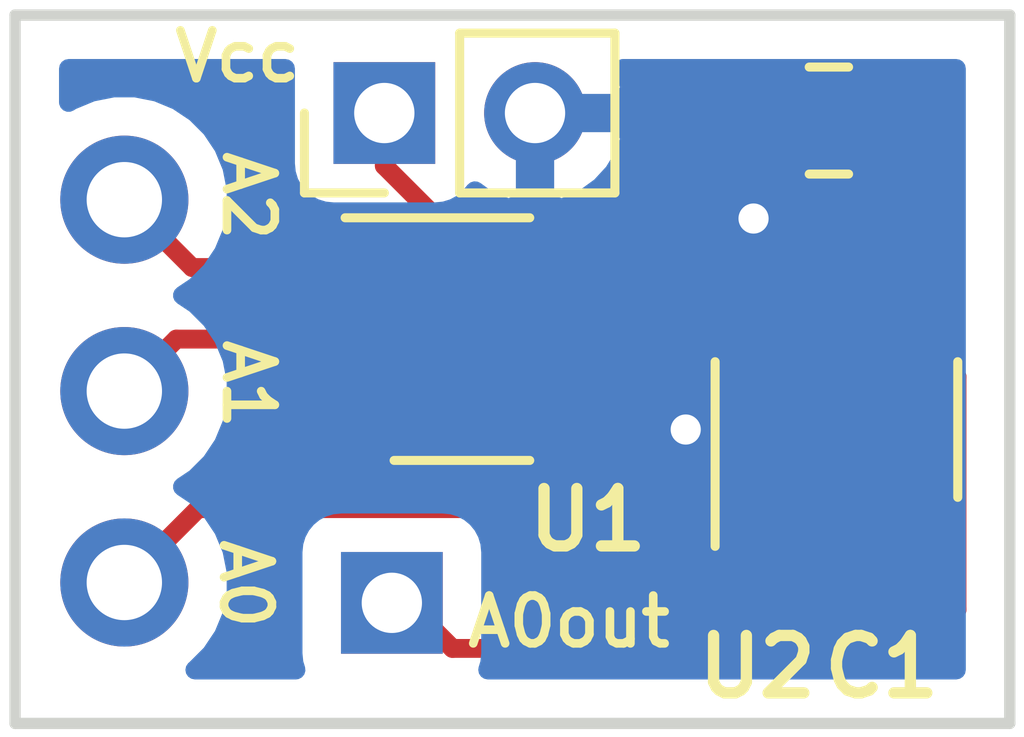
<source format=kicad_pcb>
(kicad_pcb (version 20171130) (host pcbnew "(5.1.7)-1")

  (general
    (thickness 1.6)
    (drawings 9)
    (tracks 42)
    (zones 0)
    (modules 6)
    (nets 8)
  )

  (page A4)
  (layers
    (0 F.Cu signal)
    (31 B.Cu signal)
    (32 B.Adhes user)
    (33 F.Adhes user)
    (34 B.Paste user)
    (35 F.Paste user)
    (36 B.SilkS user)
    (37 F.SilkS user)
    (38 B.Mask user)
    (39 F.Mask user)
    (40 Dwgs.User user)
    (41 Cmts.User user hide)
    (42 Eco1.User user)
    (43 Eco2.User user)
    (44 Edge.Cuts user)
    (45 Margin user)
    (46 B.CrtYd user)
    (47 F.CrtYd user)
    (48 B.Fab user)
    (49 F.Fab user)
  )

  (setup
    (last_trace_width 0.25)
    (trace_clearance 0.2)
    (zone_clearance 0.508)
    (zone_45_only no)
    (trace_min 0.2)
    (via_size 0.8)
    (via_drill 0.4)
    (via_min_size 0.4)
    (via_min_drill 0.3)
    (uvia_size 0.3)
    (uvia_drill 0.1)
    (uvias_allowed no)
    (uvia_min_size 0.2)
    (uvia_min_drill 0.1)
    (edge_width 0.05)
    (segment_width 0.2)
    (pcb_text_width 0.3)
    (pcb_text_size 1.5 1.5)
    (mod_edge_width 0.12)
    (mod_text_size 1 1)
    (mod_text_width 0.15)
    (pad_size 1.524 1.524)
    (pad_drill 0.762)
    (pad_to_mask_clearance 0)
    (aux_axis_origin 0 0)
    (visible_elements 7FFFFFFF)
    (pcbplotparams
      (layerselection 0x010f0_ffffffff)
      (usegerberextensions false)
      (usegerberattributes true)
      (usegerberadvancedattributes true)
      (creategerberjobfile true)
      (excludeedgelayer true)
      (linewidth 0.100000)
      (plotframeref false)
      (viasonmask false)
      (mode 1)
      (useauxorigin false)
      (hpglpennumber 1)
      (hpglpenspeed 20)
      (hpglpendiameter 15.000000)
      (psnegative false)
      (psa4output false)
      (plotreference true)
      (plotvalue true)
      (plotinvisibletext false)
      (padsonsilk false)
      (subtractmaskfromsilk false)
      (outputformat 1)
      (mirror false)
      (drillshape 0)
      (scaleselection 1)
      (outputdirectory "gerbers/"))
  )

  (net 0 "")
  (net 1 VCC)
  (net 2 GND)
  (net 3 /A0)
  (net 4 /A2)
  (net 5 /A1)
  (net 6 /A0out)
  (net 7 "Net-(U1-Pad4)")

  (net_class Default "This is the default net class."
    (clearance 0.2)
    (trace_width 0.25)
    (via_dia 0.8)
    (via_drill 0.4)
    (uvia_dia 0.3)
    (uvia_drill 0.1)
    (add_net /A0)
    (add_net /A0out)
    (add_net /A1)
    (add_net /A2)
    (add_net GND)
    (add_net "Net-(U1-Pad4)")
    (add_net VCC)
  )

  (module Connector_PinHeader_2.54mm:PinHeader_1x03_P2.54mm_Vertical (layer F.Cu) (tedit 61258199) (tstamp 6125A1D9)
    (at 120.25 92.15)
    (descr "Through hole straight pin header, 1x03, 2.54mm pitch, single row")
    (tags "Through hole pin header THT 1x03 2.54mm single row")
    (path /60A6B7A5)
    (fp_text reference J1 (at 0 -2.33) (layer Cmts.User)
      (effects (font (size 1 1) (thickness 0.15)))
    )
    (fp_text value Conn_01x03_Male (at 0 7.41) (layer Cmts.User)
      (effects (font (size 1 1) (thickness 0.15)))
    )
    (fp_text user %R (at 0 2.54 90) (layer F.Fab)
      (effects (font (size 1 1) (thickness 0.15)))
    )
    (fp_line (start -0.635 -1.27) (end 1.27 -1.27) (layer F.Fab) (width 0.1))
    (fp_line (start 1.27 -1.27) (end 1.27 6.35) (layer F.Fab) (width 0.1))
    (fp_line (start 1.27 6.35) (end -1.27 6.35) (layer F.Fab) (width 0.1))
    (fp_line (start -1.27 6.35) (end -1.27 -0.635) (layer F.Fab) (width 0.1))
    (fp_line (start -1.27 -0.635) (end -0.635 -1.27) (layer F.Fab) (width 0.1))
    (pad 3 thru_hole oval (at 0 5.08) (size 1.7 1.7) (drill 1) (layers *.Cu *.Mask)
      (net 3 /A0))
    (pad 2 thru_hole oval (at 0 2.54) (size 1.7 1.7) (drill 1) (layers *.Cu *.Mask)
      (net 5 /A1))
    (pad 1 thru_hole circle (at 0 0) (size 1.7 1.7) (drill 1) (layers *.Cu *.Mask)
      (net 4 /A2))
    (model ${KISYS3DMOD}/Connector_PinHeader_2.54mm.3dshapes/PinHeader_1x03_P2.54mm_Vertical.wrl
      (at (xyz 0 0 0))
      (scale (xyz 1 1 1))
      (rotate (xyz 0 0 0))
    )
  )

  (module Connector_PinHeader_2.00mm:PinHeader_1x01_P2.00mm_Horizontal (layer F.Cu) (tedit 61258125) (tstamp 60A72221)
    (at 123.8 97.5)
    (descr "Through hole angled pin header, 1x01, 2.00mm pitch, 4.2mm pin length, single row")
    (tags "Through hole angled pin header THT 1x01 2.00mm single row")
    (path /60A7415D)
    (fp_text reference J3 (at 3.1 -2) (layer Cmts.User)
      (effects (font (size 1 1) (thickness 0.15)))
    )
    (fp_text value Conn_01x01_Female (at 0 2) (layer Cmts.User)
      (effects (font (size 1 1) (thickness 0.15)))
    )
    (fp_line (start -0.25 -0.25) (end -0.25 0.25) (layer F.Fab) (width 0.1))
    (pad 1 thru_hole rect (at 0 0) (size 1.35 1.35) (drill 0.8) (layers *.Cu *.Mask)
      (net 6 /A0out))
    (model ${KISYS3DMOD}/Connector_PinHeader_2.00mm.3dshapes/PinHeader_1x01_P2.00mm_Horizontal.wrl
      (at (xyz 0 0 0))
      (scale (xyz 1 1 1))
      (rotate (xyz 0 0 0))
    )
  )

  (module Connector_PinHeader_2.00mm:PinHeader_1x02_P2.00mm_Vertical (layer F.Cu) (tedit 60A6AED6) (tstamp 60A72248)
    (at 123.7 91 90)
    (descr "Through hole straight pin header, 1x02, 2.00mm pitch, single row")
    (tags "Through hole pin header THT 1x02 2.00mm single row")
    (path /60A72668)
    (fp_text reference J2 (at 0 -2.06 90) (layer Cmts.User)
      (effects (font (size 1 1) (thickness 0.15)))
    )
    (fp_text value Conn_01x02_Male (at 0 4.4 90) (layer Cmts.User)
      (effects (font (size 1 1) (thickness 0.15)))
    )
    (fp_line (start -1.06 -1.06) (end 0 -1.06) (layer F.SilkS) (width 0.12))
    (fp_line (start -1.06 0) (end -1.06 -1.06) (layer F.SilkS) (width 0.12))
    (fp_line (start -1.06 1) (end 1.06 1) (layer F.SilkS) (width 0.12))
    (fp_line (start 1.06 1) (end 1.06 3.06) (layer F.SilkS) (width 0.12))
    (fp_line (start -1.06 1) (end -1.06 3.06) (layer F.SilkS) (width 0.12))
    (fp_line (start -1.06 3.06) (end 1.06 3.06) (layer F.SilkS) (width 0.12))
    (fp_line (start -1 -0.5) (end -0.5 -1) (layer F.Fab) (width 0.1))
    (fp_line (start -1 3) (end -1 -0.5) (layer F.Fab) (width 0.1))
    (fp_line (start 1 3) (end -1 3) (layer F.Fab) (width 0.1))
    (fp_line (start 1 -1) (end 1 3) (layer F.Fab) (width 0.1))
    (fp_line (start -0.5 -1) (end 1 -1) (layer F.Fab) (width 0.1))
    (fp_text user %R (at 0 1 180) (layer F.Fab)
      (effects (font (size 1 1) (thickness 0.15)))
    )
    (pad 2 thru_hole oval (at 0 2 90) (size 1.35 1.35) (drill 0.8) (layers *.Cu *.Mask)
      (net 2 GND))
    (pad 1 thru_hole rect (at 0 0 90) (size 1.35 1.35) (drill 0.8) (layers *.Cu *.Mask)
      (net 1 VCC))
    (model ${KISYS3DMOD}/Connector_PinHeader_2.00mm.3dshapes/PinHeader_1x02_P2.00mm_Vertical.wrl
      (at (xyz 0 0 0))
      (scale (xyz 1 1 1))
      (rotate (xyz 0 0 0))
    )
  )

  (module Package_TO_SOT_SMD:SOT-23-5_HandSoldering (layer F.Cu) (tedit 5A0AB76C) (tstamp 60A70F18)
    (at 129.7 95.2 90)
    (descr "5-pin SOT23 package")
    (tags "SOT-23-5 hand-soldering")
    (path /60A6D2EF)
    (attr smd)
    (fp_text reference U2 (at -3.15 -1.05 180) (layer F.SilkS)
      (effects (font (size 0.762 0.762) (thickness 0.15)))
    )
    (fp_text value 74AHCT1G86 (at 0 2.9 90) (layer Cmts.User)
      (effects (font (size 1 1) (thickness 0.15)))
    )
    (fp_line (start -0.9 1.61) (end 0.9 1.61) (layer F.SilkS) (width 0.12))
    (fp_line (start 0.9 -1.61) (end -1.55 -1.61) (layer F.SilkS) (width 0.12))
    (fp_line (start -0.9 -0.9) (end -0.25 -1.55) (layer F.Fab) (width 0.1))
    (fp_line (start 0.9 -1.55) (end -0.25 -1.55) (layer F.Fab) (width 0.1))
    (fp_line (start -0.9 -0.9) (end -0.9 1.55) (layer F.Fab) (width 0.1))
    (fp_line (start 0.9 1.55) (end -0.9 1.55) (layer F.Fab) (width 0.1))
    (fp_line (start 0.9 -1.55) (end 0.9 1.55) (layer F.Fab) (width 0.1))
    (fp_line (start -2.38 -1.8) (end 2.38 -1.8) (layer F.CrtYd) (width 0.05))
    (fp_line (start -2.38 -1.8) (end -2.38 1.8) (layer F.CrtYd) (width 0.05))
    (fp_line (start 2.38 1.8) (end 2.38 -1.8) (layer F.CrtYd) (width 0.05))
    (fp_line (start 2.38 1.8) (end -2.38 1.8) (layer F.CrtYd) (width 0.05))
    (fp_text user %R (at 0 0) (layer F.Fab)
      (effects (font (size 0.5 0.5) (thickness 0.075)))
    )
    (pad 5 smd rect (at 1.35 -0.95 90) (size 1.56 0.65) (layers F.Cu F.Paste F.Mask)
      (net 1 VCC))
    (pad 4 smd rect (at 1.35 0.95 90) (size 1.56 0.65) (layers F.Cu F.Paste F.Mask)
      (net 6 /A0out))
    (pad 3 smd rect (at -1.35 0.95 90) (size 1.56 0.65) (layers F.Cu F.Paste F.Mask)
      (net 2 GND))
    (pad 2 smd rect (at -1.35 0 90) (size 1.56 0.65) (layers F.Cu F.Paste F.Mask)
      (net 3 /A0))
    (pad 1 smd rect (at -1.35 -0.95 90) (size 1.56 0.65) (layers F.Cu F.Paste F.Mask)
      (net 7 "Net-(U1-Pad4)"))
    (model ${KISYS3DMOD}/Package_TO_SOT_SMD.3dshapes/SOT-23-5.wrl
      (at (xyz 0 0 0))
      (scale (xyz 1 1 1))
      (rotate (xyz 0 0 0))
    )
  )

  (module Package_TO_SOT_SMD:SOT-23-5_HandSoldering (layer F.Cu) (tedit 5A0AB76C) (tstamp 60A7227E)
    (at 124.73 94)
    (descr "5-pin SOT23 package")
    (tags "SOT-23-5 hand-soldering")
    (path /60A6C229)
    (attr smd)
    (fp_text reference U1 (at 1.67 2.4 180) (layer F.SilkS)
      (effects (font (size 0.762 0.762) (thickness 0.15)))
    )
    (fp_text value 74AHCT1G02 (at 1.47 7.3) (layer Cmts.User)
      (effects (font (size 1 1) (thickness 0.15)))
    )
    (fp_line (start -0.9 1.61) (end 0.9 1.61) (layer F.SilkS) (width 0.12))
    (fp_line (start 0.9 -1.61) (end -1.55 -1.61) (layer F.SilkS) (width 0.12))
    (fp_line (start -0.9 -0.9) (end -0.25 -1.55) (layer F.Fab) (width 0.1))
    (fp_line (start 0.9 -1.55) (end -0.25 -1.55) (layer F.Fab) (width 0.1))
    (fp_line (start -0.9 -0.9) (end -0.9 1.55) (layer F.Fab) (width 0.1))
    (fp_line (start 0.9 1.55) (end -0.9 1.55) (layer F.Fab) (width 0.1))
    (fp_line (start 0.9 -1.55) (end 0.9 1.55) (layer F.Fab) (width 0.1))
    (fp_line (start -2.38 -1.8) (end 2.38 -1.8) (layer F.CrtYd) (width 0.05))
    (fp_line (start -2.38 -1.8) (end -2.38 1.8) (layer F.CrtYd) (width 0.05))
    (fp_line (start 2.38 1.8) (end 2.38 -1.8) (layer F.CrtYd) (width 0.05))
    (fp_line (start 2.38 1.8) (end -2.38 1.8) (layer F.CrtYd) (width 0.05))
    (fp_text user %R (at 0 0 90) (layer F.Fab)
      (effects (font (size 0.5 0.5) (thickness 0.075)))
    )
    (pad 5 smd rect (at 1.35 -0.95) (size 1.56 0.65) (layers F.Cu F.Paste F.Mask)
      (net 1 VCC))
    (pad 4 smd rect (at 1.35 0.95) (size 1.56 0.65) (layers F.Cu F.Paste F.Mask)
      (net 7 "Net-(U1-Pad4)"))
    (pad 3 smd rect (at -1.35 0.95) (size 1.56 0.65) (layers F.Cu F.Paste F.Mask)
      (net 2 GND))
    (pad 2 smd rect (at -1.35 0) (size 1.56 0.65) (layers F.Cu F.Paste F.Mask)
      (net 5 /A1))
    (pad 1 smd rect (at -1.35 -0.95) (size 1.56 0.65) (layers F.Cu F.Paste F.Mask)
      (net 4 /A2))
    (model ${KISYS3DMOD}/Package_TO_SOT_SMD.3dshapes/SOT-23-5.wrl
      (at (xyz 0 0 0))
      (scale (xyz 1 1 1))
      (rotate (xyz 0 0 0))
    )
  )

  (module Capacitor_SMD:C_0805_2012Metric_Pad1.15x1.40mm_HandSolder (layer F.Cu) (tedit 5B36C52B) (tstamp 61257E98)
    (at 129.6 91.1)
    (descr "Capacitor SMD 0805 (2012 Metric), square (rectangular) end terminal, IPC_7351 nominal with elongated pad for handsoldering. (Body size source: https://docs.google.com/spreadsheets/d/1BsfQQcO9C6DZCsRaXUlFlo91Tg2WpOkGARC1WS5S8t0/edit?usp=sharing), generated with kicad-footprint-generator")
    (tags "capacitor handsolder")
    (path /60A6F5DF)
    (attr smd)
    (fp_text reference C1 (at 0.7 7.25) (layer F.SilkS)
      (effects (font (size 0.762 0.762) (thickness 0.15)))
    )
    (fp_text value 0.1u (at 0 1.65) (layer F.Fab)
      (effects (font (size 1 1) (thickness 0.15)))
    )
    (fp_line (start -1 0.6) (end -1 -0.6) (layer F.Fab) (width 0.1))
    (fp_line (start -1 -0.6) (end 1 -0.6) (layer F.Fab) (width 0.1))
    (fp_line (start 1 -0.6) (end 1 0.6) (layer F.Fab) (width 0.1))
    (fp_line (start 1 0.6) (end -1 0.6) (layer F.Fab) (width 0.1))
    (fp_line (start -0.261252 -0.71) (end 0.261252 -0.71) (layer F.SilkS) (width 0.12))
    (fp_line (start -0.261252 0.71) (end 0.261252 0.71) (layer F.SilkS) (width 0.12))
    (fp_line (start -1.85 0.95) (end -1.85 -0.95) (layer F.CrtYd) (width 0.05))
    (fp_line (start -1.85 -0.95) (end 1.85 -0.95) (layer F.CrtYd) (width 0.05))
    (fp_line (start 1.85 -0.95) (end 1.85 0.95) (layer F.CrtYd) (width 0.05))
    (fp_line (start 1.85 0.95) (end -1.85 0.95) (layer F.CrtYd) (width 0.05))
    (fp_text user %R (at 0 0) (layer F.Fab)
      (effects (font (size 0.5 0.5) (thickness 0.08)))
    )
    (pad 2 smd roundrect (at 1.025 0) (size 1.15 1.4) (layers F.Cu F.Paste F.Mask) (roundrect_rratio 0.2173904347826087)
      (net 1 VCC))
    (pad 1 smd roundrect (at -1.025 0) (size 1.15 1.4) (layers F.Cu F.Paste F.Mask) (roundrect_rratio 0.2173904347826087)
      (net 2 GND))
    (model ${KISYS3DMOD}/Capacitor_SMD.3dshapes/C_0805_2012Metric.wrl
      (at (xyz 0 0 0))
      (scale (xyz 1 1 1))
      (rotate (xyz 0 0 0))
    )
  )

  (gr_text Vcc (at 121.75 90.25) (layer F.SilkS)
    (effects (font (size 0.635 0.635) (thickness 0.1143)))
  )
  (gr_text "A0out\n" (at 126.15 97.75) (layer F.SilkS) (tstamp 60D41B79)
    (effects (font (size 0.635 0.635) (thickness 0.1143)))
  )
  (gr_text "A0\n\n" (at 121.35 97.25 270) (layer F.SilkS) (tstamp 60D41B79)
    (effects (font (size 0.635 0.635) (thickness 0.1143)))
  )
  (gr_text A1 (at 121.9 94.6 270) (layer F.SilkS) (tstamp 612580BD)
    (effects (font (size 0.635 0.635) (thickness 0.1143)))
  )
  (gr_text A2 (at 121.9 92.1 270) (layer F.SilkS)
    (effects (font (size 0.635 0.635) (thickness 0.1143)))
  )
  (gr_line (start 118.8 99.1) (end 118.8 89.7) (layer Edge.Cuts) (width 0.15))
  (gr_line (start 132 99.1) (end 118.8 99.1) (layer Edge.Cuts) (width 0.15) (tstamp 60A7211B))
  (gr_line (start 132 89.7) (end 132 99.1) (layer Edge.Cuts) (width 0.15))
  (gr_line (start 118.8 89.7) (end 132 89.7) (layer Edge.Cuts) (width 0.15))

  (segment (start 126.08 93.05) (end 125.05 93.05) (width 0.25) (layer F.Cu) (net 1) (tstamp 60A7237F))
  (segment (start 123.7 91.7) (end 123.7 91) (width 0.25) (layer F.Cu) (net 1) (tstamp 60A72379))
  (segment (start 125.05 93.05) (end 123.7 91.7) (width 0.25) (layer F.Cu) (net 1) (tstamp 60A72361))
  (segment (start 130.625 91.975) (end 128.75 93.85) (width 0.25) (layer F.Cu) (net 1) (tstamp 60A72370))
  (segment (start 130.625 91.1) (end 130.625 91.975) (width 0.25) (layer F.Cu) (net 1) (tstamp 60A72334))
  (segment (start 128.75 93.85) (end 128.75 93.65) (width 0.25) (layer F.Cu) (net 1) (tstamp 60A72328))
  (segment (start 128.15 93.05) (end 126.08 93.05) (width 0.25) (layer F.Cu) (net 1) (tstamp 60A72340))
  (segment (start 128.75 93.65) (end 128.15 93.05) (width 0.25) (layer F.Cu) (net 1) (tstamp 60A72352))
  (segment (start 125.8 91.1) (end 125.7 91) (width 0.25) (layer F.Cu) (net 2) (tstamp 60A72331))
  (segment (start 128.575 91.1) (end 125.8 91.1) (width 0.25) (layer F.Cu) (net 2) (tstamp 60A72343))
  (via (at 127.7 95.2) (size 0.8) (drill 0.4) (layers F.Cu B.Cu) (net 2) (tstamp 60A7222F))
  (segment (start 130.33 95.2) (end 127.7 95.2) (width 0.25) (layer F.Cu) (net 2) (tstamp 60A7234C))
  (segment (start 130.65 95.52) (end 130.33 95.2) (width 0.25) (layer F.Cu) (net 2) (tstamp 60A72349))
  (segment (start 130.65 96.55) (end 130.65 95.52) (width 0.25) (layer F.Cu) (net 2) (tstamp 60A7232B))
  (via (at 128.6 92.4) (size 0.8) (drill 0.4) (layers F.Cu B.Cu) (net 2) (tstamp 60A7222C))
  (segment (start 127.7 93.3) (end 128.6 92.4) (width 0.25) (layer B.Cu) (net 2) (tstamp 60A72322))
  (segment (start 127.7 95.2) (end 127.7 93.3) (width 0.25) (layer B.Cu) (net 2) (tstamp 60A7233A))
  (segment (start 128.6 91.125) (end 128.575 91.1) (width 0.25) (layer F.Cu) (net 2) (tstamp 60A72319))
  (segment (start 128.6 92.4) (end 128.6 91.125) (width 0.25) (layer F.Cu) (net 2) (tstamp 60A72346))
  (segment (start 127.7 94.634315) (end 127.165685 94.1) (width 0.25) (layer F.Cu) (net 2) (tstamp 60A7233D))
  (segment (start 127.7 95.2) (end 127.7 94.634315) (width 0.25) (layer F.Cu) (net 2) (tstamp 60A7234F))
  (segment (start 124.41 94.95) (end 123.38 94.95) (width 0.25) (layer F.Cu) (net 2) (tstamp 60A72337))
  (segment (start 125.26 94.1) (end 124.41 94.95) (width 0.25) (layer F.Cu) (net 2) (tstamp 60A7231F))
  (segment (start 127.165685 94.1) (end 125.26 94.1) (width 0.25) (layer F.Cu) (net 2) (tstamp 60A7232E))
  (segment (start 129.624999 97.655001) (end 127.055001 97.655001) (width 0.25) (layer F.Cu) (net 3))
  (segment (start 129.7 97.58) (end 129.624999 97.655001) (width 0.25) (layer F.Cu) (net 3))
  (segment (start 129.7 96.55) (end 129.7 97.58) (width 0.25) (layer F.Cu) (net 3))
  (segment (start 127.055001 97.655001) (end 125.65 96.25) (width 0.25) (layer F.Cu) (net 3))
  (segment (start 121.23 96.25) (end 120.25 97.23) (width 0.25) (layer F.Cu) (net 3))
  (segment (start 125.65 96.25) (end 121.23 96.25) (width 0.25) (layer F.Cu) (net 3))
  (segment (start 121.15 93.05) (end 120.25 92.15) (width 0.25) (layer F.Cu) (net 4))
  (segment (start 123.38 93.05) (end 121.15 93.05) (width 0.25) (layer F.Cu) (net 4))
  (segment (start 120.94 94) (end 123.38 94) (width 0.25) (layer F.Cu) (net 5))
  (segment (start 120.25 94.69) (end 120.94 94) (width 0.25) (layer F.Cu) (net 5))
  (segment (start 130.784991 98.105011) (end 124.605011 98.105011) (width 0.25) (layer F.Cu) (net 6) (tstamp 60A7231C))
  (segment (start 131.300001 97.590001) (end 130.784991 98.105011) (width 0.25) (layer F.Cu) (net 6) (tstamp 60A72355))
  (segment (start 131.300001 94.500001) (end 131.300001 97.590001) (width 0.25) (layer F.Cu) (net 6) (tstamp 60A72358))
  (segment (start 130.65 93.85) (end 131.300001 94.500001) (width 0.25) (layer F.Cu) (net 6) (tstamp 60A72325))
  (segment (start 124 97.5) (end 124.605011 98.105011) (width 0.25) (layer F.Cu) (net 6) (tstamp 60A72232))
  (segment (start 123.8 97.5) (end 124 97.5) (width 0.25) (layer F.Cu) (net 6) (tstamp 60A72235))
  (segment (start 127.68 96.55) (end 126.08 94.95) (width 0.25) (layer F.Cu) (net 7) (tstamp 60A7236D))
  (segment (start 128.75 96.55) (end 127.68 96.55) (width 0.25) (layer F.Cu) (net 7) (tstamp 60A72376))

  (zone (net 2) (net_name GND) (layer B.Cu) (tstamp 60A7241C) (hatch edge 0.508)
    (connect_pads (clearance 0.508))
    (min_thickness 0.254)
    (fill yes (arc_segments 32) (thermal_gap 0.508) (thermal_bridge_width 0.508))
    (polygon
      (pts
        (xy 132.2 99.3) (xy 118.6 99.3) (xy 118.6 89.5) (xy 132.2 89.5)
      )
    )
    (filled_polygon
      (pts
        (xy 122.386928 91.675) (xy 122.399188 91.799482) (xy 122.435498 91.91918) (xy 122.494463 92.029494) (xy 122.573815 92.126185)
        (xy 122.670506 92.205537) (xy 122.78082 92.264502) (xy 122.900518 92.300812) (xy 123.025 92.313072) (xy 124.375 92.313072)
        (xy 124.499482 92.300812) (xy 124.61918 92.264502) (xy 124.729494 92.205537) (xy 124.826185 92.126185) (xy 124.903119 92.032441)
        (xy 125.036371 92.129473) (xy 125.269472 92.237238) (xy 125.3706 92.26791) (xy 125.573 92.144224) (xy 125.573 91.127)
        (xy 125.827 91.127) (xy 125.827 92.144224) (xy 126.0294 92.26791) (xy 126.130528 92.237238) (xy 126.363629 92.129473)
        (xy 126.571227 91.978303) (xy 126.745344 91.789537) (xy 126.879289 91.57043) (xy 126.967915 91.329401) (xy 126.845085 91.127)
        (xy 125.827 91.127) (xy 125.573 91.127) (xy 125.553 91.127) (xy 125.553 90.873) (xy 125.573 90.873)
        (xy 125.573 90.853) (xy 125.827 90.853) (xy 125.827 90.873) (xy 126.845085 90.873) (xy 126.967915 90.670599)
        (xy 126.879289 90.42957) (xy 126.867325 90.41) (xy 131.29 90.41) (xy 131.290001 98.39) (xy 125.073354 98.39)
        (xy 125.100812 98.299482) (xy 125.113072 98.175) (xy 125.113072 96.825) (xy 125.100812 96.700518) (xy 125.064502 96.58082)
        (xy 125.005537 96.470506) (xy 124.926185 96.373815) (xy 124.829494 96.294463) (xy 124.71918 96.235498) (xy 124.599482 96.199188)
        (xy 124.475 96.186928) (xy 123.125 96.186928) (xy 123.000518 96.199188) (xy 122.88082 96.235498) (xy 122.770506 96.294463)
        (xy 122.673815 96.373815) (xy 122.594463 96.470506) (xy 122.535498 96.58082) (xy 122.499188 96.700518) (xy 122.486928 96.825)
        (xy 122.486928 98.175) (xy 122.499188 98.299482) (xy 122.526646 98.39) (xy 121.186867 98.39) (xy 121.196632 98.383475)
        (xy 121.403475 98.176632) (xy 121.56599 97.933411) (xy 121.677932 97.663158) (xy 121.735 97.37626) (xy 121.735 97.08374)
        (xy 121.677932 96.796842) (xy 121.56599 96.526589) (xy 121.403475 96.283368) (xy 121.196632 96.076525) (xy 121.02224 95.96)
        (xy 121.196632 95.843475) (xy 121.403475 95.636632) (xy 121.56599 95.393411) (xy 121.677932 95.123158) (xy 121.735 94.83626)
        (xy 121.735 94.54374) (xy 121.677932 94.256842) (xy 121.56599 93.986589) (xy 121.403475 93.743368) (xy 121.196632 93.536525)
        (xy 121.02224 93.42) (xy 121.196632 93.303475) (xy 121.403475 93.096632) (xy 121.56599 92.853411) (xy 121.677932 92.583158)
        (xy 121.735 92.29626) (xy 121.735 92.00374) (xy 121.677932 91.716842) (xy 121.56599 91.446589) (xy 121.403475 91.203368)
        (xy 121.196632 90.996525) (xy 120.953411 90.83401) (xy 120.683158 90.722068) (xy 120.39626 90.665) (xy 120.10374 90.665)
        (xy 119.816842 90.722068) (xy 119.546589 90.83401) (xy 119.51 90.858458) (xy 119.51 90.41) (xy 122.386928 90.41)
      )
    )
  )
)

</source>
